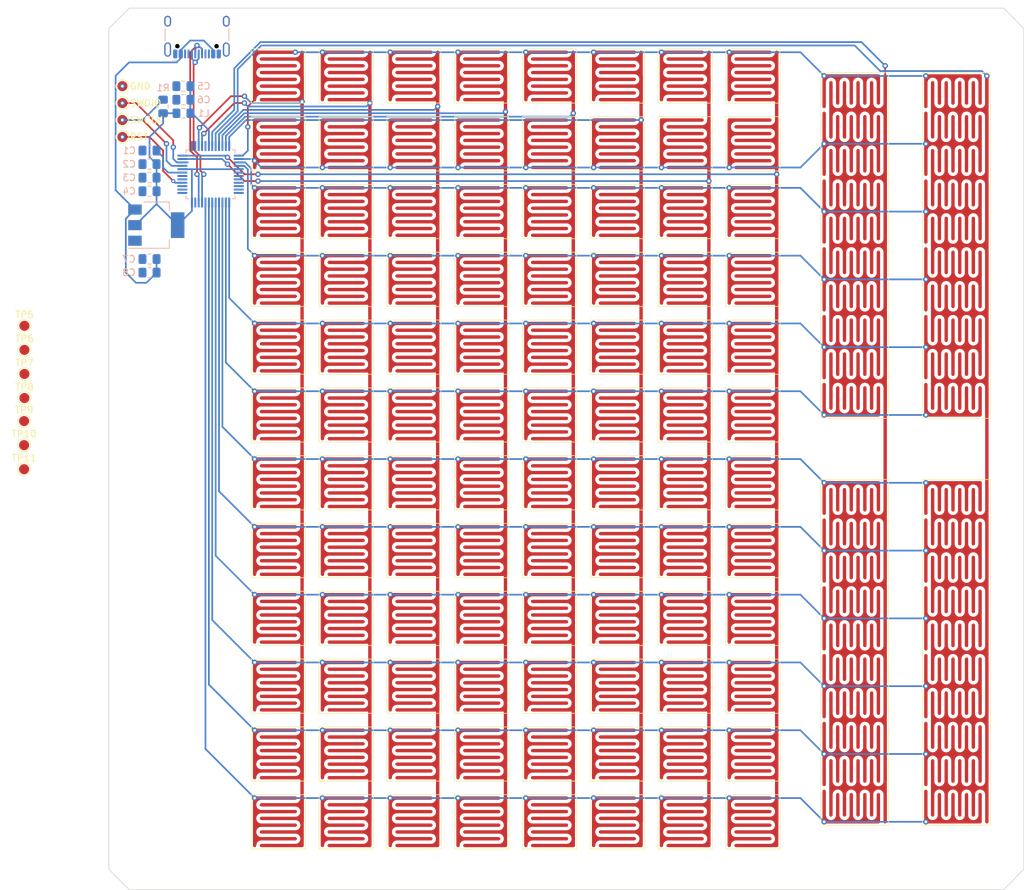
<source format=kicad_pcb>
(kicad_pcb (version 20221018) (generator pcbnew)
  (layers (0 "F.Cu" signal) (31 "B.Cu" signal) (34 "B.Paste" user) (35 "F.Paste" user) (36 "B.SilkS" user "B.Silkscreen") (37 "F.SilkS" user "F.Silkscreen") (38 "B.Mask" user) (39 "F.Mask" user) (44 "Edge.Cuts" user))
  (net 0 "")
  (net 3 "Y0")
  (net 4 "Y1")
  (net 5 "GND")
  (net 6 "Net-(U1-VDDANA)")
  (net 7 "Y14")
  (net 8 "Y15")
  (net 9 "Y2")
  (net 10 "Y3")
  (net 11 "Y4")
  (net 12 "Y5")
  (net 13 "X0")
  (net 14 "X1")
  (net 15 "X2")
  (net 16 "X3")
  (net 17 "+3V3")
  (net 20 "MISO")
  (net 21 "MOSI")
  (net 22 "SCLK")
  (net 23 "CS")
  (net 24 "X4")
  (net 25 "X5")
  (net 26 "X6")
  (net 27 "X7")
  (net 28 "X8")
  (net 29 "X9")
  (net 30 "X10")
  (net 31 "X11")
  (net 32 "USB_D-")
  (net 33 "USB_D+")
  (net 34 "LED")
  (net 37 "RST")
  (net 39 "Net-(U1-VDDCORE)")
  (net 40 "SWCLK")
  (net 41 "SWDIO")
  (net 42 "Y8")
  (net 43 "Y9")
  (net 44 "+5V")
  (net 47 "CC1")
  (net 48 "CC2")
  (footprint "Library:TouchButton" (layer "F.Cu") (at 30 90)
    (fp_text reference "Touch67" hide)
    (fp_text value "TestPoint_2Pole" hide)
  )
  (footprint "Library:TouchButton" (layer "F.Cu") (at 20 80)
    (fp_text reference "Touch58" hide)
    (fp_text value "TestPoint_2Pole" hide)
  )
  (footprint "Library:TouchButton" (layer "F.Cu") (at 50 40)
    (fp_text reference "Touch29" hide)
    (fp_text value "TestPoint_2Pole" hide)
  )
  (footprint "Library:TouchButton" (layer "F.Cu") (at 20 20)
    (fp_text reference "Touch10" hide)
    (fp_text value "TestPoint_2Pole" hide)
  )
  (footprint "Library:TouchButton" (layer "F.Cu") (at 30 40)
    (fp_text reference "Touch27" hide)
    (fp_text value "TestPoint_2Pole" hide)
  )
  (footprint "Library:TouchButton" (layer "F.Cu") (at 40 120)
    (fp_text reference "Touch92" hide)
    (fp_text value "TestPoint_2Pole" hide)
  )
  (footprint "Library:TouchButton" (layer "F.Cu") (at 80 70)
    (fp_text reference "Touch56" hide)
    (fp_text value "TestPoint_2Pole" hide)
  )
  (footprint "Library:TouchButton" (layer "F.Cu") (at 60 110)
    (fp_text reference "Touch86" hide)
    (fp_text value "TestPoint_2Pole" hide)
  )
  (footprint "Library:TouchButton" (layer "F.Cu") (at 70 100)
    (fp_text reference "Touch79" hide)
    (fp_text value "TestPoint_2Pole" hide)
  )
  (footprint "Library:TouchButton" (layer "F.Cu") (at 60 60)
    (fp_text reference "Touch46" hide)
    (fp_text value "TestPoint_2Pole" hide)
  )
  (footprint "Library:TouchButton" (layer "F.Cu") (at 80 80)
    (fp_text reference "Touch64" hide)
    (fp_text value "TestPoint_2Pole" hide)
  )
  (footprint "Library:TouchButton" (layer "F.Cu") (at 60 30)
    (fp_text reference "Touch22" hide)
    (fp_text value "TestPoint_2Pole" hide)
  )
  (footprint "Library:TouchButton" (layer "F.Cu") (at 50 90)
    (fp_text reference "Touch69" hide)
    (fp_text value "TestPoint_2Pole" hide)
  )
  (footprint "Library:TouchButton" (layer "F.Cu") (at 30 80)
    (fp_text reference "Touch59" hide)
    (fp_text value "TestPoint_2Pole" hide)
  )
  (footprint "Library:TouchButton" (layer "F.Cu") (at 10 100)
    (fp_text reference "Touch73" hide)
    (fp_text value "TestPoint_2Pole" hide)
  )
  (footprint "Library:TouchButton" (layer "F.Cu") (at 40 90)
    (fp_text reference "Touch68" hide)
    (fp_text value "TestPoint_2Pole" hide)
  )
  (footprint "Library:TouchButton" (layer "F.Cu") (at 30 120)
    (fp_text reference "Touch91" hide)
    (fp_text value "TestPoint_2Pole" hide)
  )
  (footprint "Library:TouchButton" (layer "F.Cu") (at 10 70)
    (fp_text reference "Touch49" hide)
    (fp_text value "TestPoint_2Pole" hide)
  )
  (footprint "Library:TouchButton" (layer "F.Cu") (at 70 90)
    (fp_text reference "Touch71" hide)
    (fp_text value "TestPoint_2Pole" hide)
  )
  (footprint "Library:TouchButton" (layer "F.Cu") (at 70 10)
    (fp_text reference "Touch7" hide)
    (fp_text value "TestPoint_2Pole" hide)
  )
  (footprint "TestPoint:TestPoint_Pad_D1.5mm" (layer "F.Cu") (at -27.45 53.95)
    (fp_text reference "TP7")
    (fp_text value "TestPoint")
  )
  (footprint "Library:TouchButton" (layer "F.Cu") (at 70 20)
    (fp_text reference "Touch15" hide)
    (fp_text value "TestPoint_2Pole" hide)
  )
  (footprint "Library:TouchSlider" (layer "F.Cu") (at 95 9.5)
    (fp_text reference "TS1" hide)
    (fp_text value "~" hide)
  )
  (footprint "Library:TouchButton" (layer "F.Cu") (at 80 120)
    (fp_text reference "Touch96" hide)
    (fp_text value "TestPoint_2Pole" hide)
  )
  (footprint "Library:TouchButton" (layer "F.Cu") (at 10 30)
    (fp_text reference "Touch17" hide)
    (fp_text value "TestPoint_2Pole" hide)
  )
  (footprint "Library:TouchButton" (layer "F.Cu") (at 50 100)
    (fp_text reference "Touch77" hide)
    (fp_text value "TestPoint_2Pole" hide)
  )
  (footprint "Library:TouchButton" (layer "F.Cu") (at 70 40)
    (fp_text reference "Touch31" hide)
    (fp_text value "TestPoint_2Pole" hide)
  )
  (footprint "Library:TouchSlider" (layer "F.Cu") (at 110 69.5)
    (fp_text reference "TS4" hide)
    (fp_text value "~" hide)
  )
  (footprint "TestPoint:TestPoint_Pad_D1.5mm" (layer "F.Cu") (at -13 11.5)
    (fp_text reference "GND" hide)
    (fp_text value "GND")
  )
  (footprint "Library:TouchButton" (layer "F.Cu") (at 80 20)
    (fp_text reference "Touch16" hide)
    (fp_text value "TestPoint_2Pole" hide)
  )
  (footprint "Library:TouchButton" (layer "F.Cu") (at 40 60)
    (fp_text reference "Touch44" hide)
    (fp_text value "TestPoint_2Pole" hide)
  )
  (footprint "Library:TouchSlider" (layer "F.Cu") (at 95 69.5)
    (fp_text reference "TS3" hide)
    (fp_text value "~" hide)
  )
  (footprint "TestPoint:TestPoint_Pad_D1.5mm" (layer "F.Cu") (at -27.5 68)
    (fp_text reference "TP11")
    (fp_text value "TestPoint")
  )
  (footprint "Library:TouchButton" (layer "F.Cu") (at 50 110)
    (fp_text reference "Touch85" hide)
    (fp_text value "TestPoint_2Pole" hide)
  )
  (footprint "Library:TouchButton" (layer "F.Cu") (at 50 30)
    (fp_text reference "Touch21" hide)
    (fp_text value "TestPoint_2Pole" hide)
  )
  (footprint "Library:TouchButton" (layer "F.Cu") (at 10 120)
    (fp_text reference "Touch89" hide)
    (fp_text value "TestPoint_2Pole" hide)
  )
  (footprint "Library:TouchButton" (layer "F.Cu") (at 20 110)
    (fp_text reference "Touch82" hide)
    (fp_text value "TestPoint_2Pole" hide)
  )
  (footprint "Library:TouchButton" (layer "F.Cu") (at 70 80)
    (fp_text reference "Touch63" hide)
    (fp_text value "TestPoint_2Pole" hide)
  )
  (footprint "Library:TouchButton" (layer "F.Cu") (at 10 110)
    (fp_text reference "Touch81" hide)
    (fp_text value "TestPoint_2Pole" hide)
  )
  (footprint "TestPoint:TestPoint_Pad_D1.5mm" (layer "F.Cu") (at -27.5 64.45)
    (fp_text reference "TP10")
    (fp_text value "TestPoint")
  )
  (footprint "Library:TouchButton" (layer "F.Cu") (at 10 90)
    (fp_text reference "Touch65" hide)
    (fp_text value "TestPoint_2Pole" hide)
  )
  (footprint "Library:TouchButton" (layer "F.Cu") (at 10 10)
    (fp_text reference "Touch1" hide)
    (fp_text value "TestPoint_2Pole" hide)
  )
  (footprint "Library:TouchButton" (layer "F.Cu") (at 30 60)
    (fp_text reference "Touch43" hide)
    (fp_text value "TestPoint_2Pole" hide)
  )
  (footprint "Library:TouchButton" (layer "F.Cu") (at 30 10)
    (fp_text reference "Touch3" hide)
    (fp_text value "TestPoint_2Pole" hide)
  )
  (footprint "Library:TouchButton" (layer "F.Cu") (at 40 70)
    (fp_text reference "Touch52" hide)
    (fp_text value "TestPoint_2Pole" hide)
  )
  (footprint "Library:TouchButton" (layer "F.Cu") (at 60 80)
    (fp_text reference "Touch62" hide)
    (fp_text value "TestPoint_2Pole" hide)
  )
  (footprint "Library:TouchButton" (layer "F.Cu") (at 80 50)
    (fp_text reference "Touch40" hide)
    (fp_text value "TestPoint_2Pole" hide)
  )
  (footprint "Library:TouchButton" (layer "F.Cu") (at 70 30)
    (fp_text reference "Touch23" hide)
    (fp_text value "TestPoint_2Pole" hide)
  )
  (footprint "TestPoint:TestPoint_Pad_D1.5mm" (layer "F.Cu") (at -27.45 50.4)
    (fp_text reference "TP6")
    (fp_text value "TestPoint")
  )
  (footprint "Library:TouchButton" (layer "F.Cu") (at 50 10)
    (fp_text reference "Touch5" hide)
    (fp_text value "TestPoint_2Pole" hide)
  )
  (footprint "Library:TouchButton" (layer "F.Cu") (at 50 70)
    (fp_text reference "Touch53" hide)
    (fp_text value "TestPoint_2Pole" hide)
  )
  (footprint "Library:TouchButton" (layer "F.Cu") (at 80 90)
    (fp_text reference "Touch72" hide)
    (fp_text value "TestPoint_2Pole" hide)
  )
  (footprint "Library:TouchButton" (layer "F.Cu") (at 80 30)
    (fp_text reference "Touch24" hide)
    (fp_text value "TestPoint_2Pole" hide)
  )
  (footprint "TestPoint:TestPoint_Pad_D1.5mm" (layer "F.Cu") (at -13 19)
    (fp_text reference "TP1" hide)
    (fp_text value "RST")
  )
  (footprint "Library:TouchButton" (layer "F.Cu") (at 30 70)
    (fp_text reference "Touch51" hide)
    (fp_text value "TestPoint_2Pole" hide)
  )
  (footprint "Library:TouchButton" (layer "F.Cu") (at 30 110)
    (fp_text reference "Touch83" hide)
    (fp_text value "TestPoint_2Pole" hide)
  )
  (footprint "Library:TouchButton" (layer "F.Cu") (at 30 50)
    (fp_text reference "Touch35" hide)
    (fp_text value "TestPoint_2Pole" hide)
  )
  (footprint "Library:TouchButton" (layer "F.Cu") (at 80 100)
    (fp_text reference "Touch80" hide)
    (fp_text value "TestPoint_2Pole" hide)
  )
  (footprint "TestPoint:TestPoint_Pad_D1.5mm" (layer "F.Cu") (at -13 14)
    (fp_text reference "TP2" hide)
    (fp_text value "SWDIO")
  )
  (footprint "Library:TouchButton" (layer "F.Cu") (at 60 100)
    (fp_text reference "Touch78" hide)
    (fp_text value "TestPoint_2Pole" hide)
  )
  (footprint "Library:TouchButton" (layer "F.Cu") (at 50 50)
    (fp_text reference "Touch37" hide)
    (fp_text value "TestPoint_2Pole" hide)
  )
  (footprint "Library:TouchButton" (layer "F.Cu") (at 50 20)
    (fp_text reference "Touch13" hide)
    (fp_text value "TestPoint_2Pole" hide)
  )
  (footprint "Library:TouchButton" (layer "F.Cu") (at 60 50)
    (fp_text reference "Touch38" hide)
    (fp_text value "TestPoint_2Pole" hide)
  )
  (footprint "Library:TouchButton" (layer "F.Cu") (at 70 120)
    (fp_text reference "Touch95" hide)
    (fp_text value "TestPoint_2Pole" hide)
  )
  (footprint "TestPoint:TestPoint_Pad_D1.5mm" (layer "F.Cu") (at -27.5 60.9)
    (fp_text reference "TP9")
    (fp_text value "TestPoint")
  )
  (footprint "Library:TouchButton" (layer "F.Cu") (at 70 60)
    (fp_text reference "Touch47" hide)
    (fp_text value "TestPoint_2Pole" hide)
  )
  (footprint "Library:TouchButton" (layer "F.Cu") (at 20 100)
    (fp_text reference "Touch74" hide)
    (fp_text value "TestPoint_2Pole" hide)
  )
  (footprint "Library:TouchButton" (layer "F.Cu") (at 30 20)
    (fp_text reference "Touch11" hide)
    (fp_text value "TestPoint_2Pole" hide)
  )
  (footprint "Library:TouchButton" (layer "F.Cu") (at 40 100)
    (fp_text reference "Touch76" hide)
    (fp_text value "TestPoint_2Pole" hide)
  )
  (footprint "Library:TouchButton" (layer "F.Cu") (at 60 10)
    (fp_text reference "Touch6" hide)
    (fp_text value "TestPoint_2Pole" hide)
  )
  (footprint "Library:TouchButton" (layer "F.Cu") (at 10 40)
    (fp_text reference "Touch25" hide)
    (fp_text value "TestPoint_2Pole" hide)
  )
  (footprint "Library:TouchButton" (layer "F.Cu") (at 40 80)
    (fp_text reference "Touch60" hide)
    (fp_text value "TestPoint_2Pole" hide)
  )
  (footprint "Library:TouchButton" (layer "F.Cu") (at 20 60)
    (fp_text reference "Touch42" hide)
    (fp_text value "TestPoint_2Pole" hide)
  )
  (footprint "Library:TouchButton" (layer "F.Cu") (at 60 120)
    (fp_text reference "Touch94" hide)
    (fp_text value "TestPoint_2Pole" hide)
  )
  (footprint "Library:TouchButton" (layer "F.Cu") (at 40 110)
    (fp_text reference "Touch84" hide)
    (fp_text value "TestPoint_2Pole" hide)
  )
  (footprint "Library:TouchButton" (layer "F.Cu") (at 30 30)
    (fp_text reference "Touch19" hide)
    (fp_text value "TestPoint_2Pole" hide)
  )
  (footprint "Library:TouchButton" (layer "F.Cu") (at 60 70)
    (fp_text reference "Touch54" hide)
    (fp_text value "TestPoint_2Pole" hide)
  )
  (footprint "TestPoint:TestPoint_Pad_D1.5mm" (layer "F.Cu") (at -27.45 46.85)
    (fp_text reference "TP5")
    (fp_text value "TestPoint")
  )
  (footprint "Library:TouchButton" (layer "F.Cu") (at 50 60)
    (fp_text reference "Touch45" hide)
    (fp_text value "TestPoint_2Pole" hide)
  )
  (footprint "Library:TouchButton" (layer "F.Cu") (at 60 90)
    (fp_text reference "Touch70" hide)
    (fp_text value "TestPoint_2Pole" hide)
  )
  (footprint "TestPoint:TestPoint_Pad_D1.5mm" (layer "F.Cu") (at -13 16.5)
    (fp_text reference "TP3" hide)
    (fp_text value "SWCLK")
  )
  (footprint "Library:TouchButton" (layer "F.Cu") (at 40 10)
    (fp_text reference "Touch4" hide)
    (fp_text value "TestPoint_2Pole" hide)
  )
  (footprint "Library:TouchButton" (layer "F.Cu") (at 40 50)
    (fp_text reference "Touch36" hide)
    (fp_text value "TestPoint_2Pole" hide)
  )
  (footprint "Library:TouchButton" (layer "F.Cu") (at 80 10)
    (fp_text reference "Touch8" hide)
    (fp_text value "TestPoint_2Pole" hide)
  )
  (footprint "Library:TouchButton" (layer "F.Cu") (at 80 40)
    (fp_text reference "Touch32" hide)
    (fp_text value "TestPoint_2Pole" hide)
  )
  (footprint "Library:TouchButton" (layer "F.Cu") (at 40 20)
    (fp_text reference "Touch12" hide)
    (fp_text value "TestPoint_2Pole" hide)
  )
  (footprint "Library:TouchButton" (layer "F.Cu") (at 20 70)
    (fp_text reference "Touch50" hide)
    (fp_text value "TestPoint_2Pole" hide)
  )
  (footprint "Library:TouchButton" (layer "F.Cu") (at 20 40)
    (fp_text reference "Touch26" hide)
    (fp_text value "TestPoint_2Pole" hide)
  )
  (footprint "Library:TouchButton" (layer "F.Cu") (at 70 70)
    (fp_text reference "Touch55" hide)
    (fp_text value "TestPoint_2Pole" hide)
  )
  (footprint "Library:TouchButton" (layer "F.Cu") (at 70 110)
    (fp_text reference "Touch87" hide)
    (fp_text value "TestPoint_2Pole" hide)
  )
  (footprint "Library:TouchButton" (layer "F.Cu") (at 50 80)
    (fp_text reference "Touch61" hide)
    (fp_text value "TestPoint_2Pole" hide)
  )
  (footprint "Library:TouchButton" (layer "F.Cu") (at 20 50)
    (fp_text reference "Touch34" hide)
    (fp_text value "TestPoint_2Pole" hide)
  )
  (footprint "Library:TouchButton" (layer "F.Cu") (at 10 50)
    (fp_text reference "Touch33" hide)
    (fp_text value "TestPoint_2Pole" hide)
  )
  (footprint "Library:TouchButton" (layer "F.Cu") (at 60 40)
    (fp_text reference "Touch30" hide)
    (fp_text value "TestPoint_2Pole" hide)
  )
  (footprint "Library:TouchButton" (layer "F.Cu") (at 60 20)
    (fp_text reference "Touch14" hide)
    (fp_text value "TestPoint_2Pole" hide)
  )
  (footprint "Library:TouchButton" (layer "F.Cu") (at 50 120)
    (fp_text reference "Touch93" hide)
    (fp_text value "TestPoint_2Pole" hide)
  )
  (footprint "Library:TouchButton" (layer "F.Cu") (at 70 50)
    (fp_text reference "Touch39" hide)
    (fp_text value "TestPoint_2Pole" hide)
  )
  (footprint "Library:TouchButton" (layer "F.Cu") (at 80 60)
    (fp_text reference "Touch48" hide)
    (fp_text value "TestPoint_2Pole" hide)
  )
  (footprint "Library:TouchButton" (layer "F.Cu") (at 40 30)
    (fp_text reference "Touch20" hide)
    (fp_text value "TestPoint_2Pole" hide)
  )
  (footprint "TestPoint:TestPoint_Pad_D1.5mm" (layer "F.Cu") (at -27.45 57.5)
    (fp_text reference "TP8")
    (fp_text value "TestPoint")
  )
  (footprint "Library:TouchButton" (layer "F.Cu") (at 40 40)
    (fp_text reference "Touch28" hide)
    (fp_text value "TestPoint_2Pole" hide)
  )
  (footprint "Library:TouchButton" (layer "F.Cu") (at 20 120)
    (fp_text reference "Touch90" hide)
    (fp_text value "TestPoint_2Pole" hide)
  )
  (footprint "Library:TouchButton" (layer "F.Cu") (at 20 10)
    (fp_text reference "Touch2" hide)
    (fp_text value "TestPoint_2Pole" hide)
  )
  (footprint "Library:TouchButton" (layer "F.Cu") (at 10 60)
    (fp_text reference "Touch41" hide)
    (fp_text value "TestPoint_2Pole" hide)
  )
  (footprint "Library:TouchButton" (layer "F.Cu") (at 30 100)
    (fp_text reference "Touch75" hide)
    (fp_text value "TestPoint_2Pole" hide)
  )
  (footprint "Library:TouchButton" (layer "F.Cu") (at 20 30)
    (fp_text reference "Touch18" hide)
    (fp_text value "TestPoint_2Pole" hide)
  )
  (footprint "Library:TouchButton" (layer "F.Cu") (at 80 110)
    (fp_text reference "Touch88" hide)
    (fp_text value "TestPoint_2Pole" hide)
  )
  (footprint "Library:TouchButton" (layer "F.Cu") (at 10 80)
    (fp_text reference "Touch57" hide)
    (fp_text value "TestPoint_2Pole" hide)
  )
  (footprint "Library:TouchSlider" (layer "F.Cu") (at 110 9.5)
    (fp_text reference "TS2" hide)
    (fp_text value "~" hide)
  )
  (footprint "Library:TouchButton" (layer "F.Cu") (at 10 20)
    (fp_text reference "Touch9" hide)
    (fp_text value "TestPoint_2Pole" hide)
  )
  (footprint "Library:TouchButton" (layer "F.Cu") (at 20 90)
    (fp_text reference "Touch66" hide)
    (fp_text value "TestPoint_2Pole" hide)
  )
  (footprint "Capacitor_SMD:C_0805_2012Metric_Pad1.18x1.45mm_HandSolder" (layer "B.Cu") (at -4 11.5 180)
    (fp_text reference "C5")
    (fp_text value "10uF" hide)
  )
  (footprint "Resistor_SMD:R_0805_2012Metric_Pad1.20x1.40mm_HandSolder" (layer "B.Cu") (at -7 14.5 -90)
    (fp_text reference "R1")
    (fp_text value "1k" hide)
  )
  (footprint "Capacitor_SMD:C_0805_2012Metric_Pad1.18x1.45mm_HandSolder" (layer "B.Cu") (at -9 27 180)
    (fp_text reference "C4")
    (fp_text value "10uF" hide)
  )
  (footprint "Capacitor_SMD:C_0805_2012Metric_Pad1.18x1.45mm_HandSolder" (layer "B.Cu") (at -9 21 180)
    (fp_text reference "C1")
    (fp_text value "1uF" hide)
  )
  (footprint "Capacitor_SMD:C_0805_2012Metric_Pad1.18x1.45mm_HandSolder" (layer "B.Cu") (at -9 39 180)
    (fp_text reference "C8")
    (fp_text value "100nF" hide)
  )
  (footprint "Capacitor_SMD:C_0805_2012Metric_Pad1.18x1.45mm_HandSolder" (layer "B.Cu") (at -9 23)
    (fp_text reference "C2")
    (fp_text value "100nF" hide)
  )
  (footprint "Capacitor_SMD:C_0805_2012Metric_Pad1.18x1.45mm_HandSolder" (layer "B.Cu") (at -9 37 180)
    (fp_text reference "C7")
    (fp_text value "10uF" hide)
  )
  (footprint "Inductor_SMD:L_0805_2012Metric_Pad1.15x1.40mm_HandSolder" (layer "B.Cu") (at -4 15.5)
    (fp_text reference "L1")
    (fp_text value "1uH" hide)
  )
  (footprint "Package_TO_SOT_SMD:SOT-223-3_TabPin2" (layer "B.Cu") (at -8 32)
    (fp_text reference "U2" hide)
    (fp_text value "AMS1117-3.3" hide)
  )
  (footprint "Package_QFP:TQFP-48_7x7mm_P0.5mm" (layer "B.Cu") (at 0 24.5 -90)
    (fp_text reference "U1" hide)
    (fp_text value "ATSAMD21G18A-A" hide)
  )
  (footprint "Connector_USB:USB_C_Receptacle_HCTL_HC-TYPE-C-16P-01A" (layer "B.Cu") (at -2 3)
    (fp_text reference "J1" hide)
    (fp_text value "USB_C_16P" hide)
  )
  (footprint "Capacitor_SMD:C_0805_2012Metric_Pad1.18x1.45mm_HandSolder" (layer "B.Cu") (at -4 13.5)
    (fp_text reference "C6")
    (fp_text value "100nF" hide)
  )
  (footprint "Capacitor_SMD:C_0805_2012Metric_Pad1.18x1.45mm_HandSolder" (layer "B.Cu") (at -9 25 180)
    (fp_text reference "C3")
    (fp_text value "100nF" hide)
  )
  (gr_poly (pts (xy -15 3) (xy -12 0) (xy 117 0) (xy 119.944823 3) (xy 119.944823 127) (xy 117 130) (xy -12 130) (xy -15 127)) (stroke (width 0.1)) (fill none) (layer "Edge.Cuts"))
  (segment (start 3.012574 12.987427) (end 5.000161 12.987427) (width 0.25) (layer "F.Cu") (net 3))
  (segment (start 13.5 10) (end 13.5 120) (width 0.5) (layer "F.Cu") (net 3))
  (segment (start -1.631039 17.63104) (end 3.012574 12.987427) (width 0.25) (layer "F.Cu") (net 3))
  (via (at 13.5 13.775) (size 0.8) (drill 0.4) (layers "F.Cu" "B.Cu") (net 3))
  (via (at 5.000161 12.987427) (size 0.8) (drill 0.4) (layers "F.Cu" "B.Cu") (net 3))
  (via (at -1.631039 17.63104) (size 0.8) (drill 0.4) (layers "F.Cu" "B.Cu") (net 3))
  (segment (start 6 13.974695) (end 5.012732 12.987427) (width 0.25) (layer "B.Cu") (net 3))
  (segment (start 6 14) (end 6 13.974695) (width 0.25) (layer "B.Cu") (net 3))
  (segment (start -1.75 20.3375) (end -1.75 17.750001) (width 0.25) (layer "B.Cu") (net 3))
  (segment (start 5.012732 12.987427) (end 5.000161 12.987427) (width 0.25) (layer "B.Cu") (net 3))
  (segment (start -1.75 17.750001) (end -1.631039 17.63104) (width 0.25) (layer "B.Cu") (net 3))
  (segment (start 13.5 13.775) (end 13.275 14) (width 0.25) (layer "B.Cu") (net 3))
  (segment (start 13.275 14) (end 6 14) (width 0.25) (layer "B.Cu") (net 3))
  (segment (start 3.512653 13.987347) (end 4.987347 13.987347) (width 0.25) (layer "F.Cu") (net 4))
  (segment (start -0.986772 18.486772) (end 3.512653 13.987347) (width 0.25) (layer "F.Cu") (net 4))
  (segment (start 23.5 10) (end 23.5 120) (width 0.5) (layer "F.Cu") (net 4))
  (via (at 4.987347 13.987347) (size 0.8) (drill 0.4) (layers "F.Cu" "B.Cu") (net 4))
  (via (at 23.5 14) (size 0.8) (drill 0.4) (layers "F.Cu" "B.Cu") (net 4))
  (via (at -0.986772 18.486772) (size 0.8) (drill 0.4) (layers "F.Cu" "B.Cu") (net 4))
  (segment (start 5.5 14.5) (end 4.987347 13.987347) (width 0.25) (layer "B.Cu") (net 4))
  (segment (start -1.25 18.75) (end -0.986772 18.486772) (width 0.25) (layer "B.Cu") (net 4))
  (segment (start 23.5 14) (end 23 14.5) (width 0.25) (layer "B.Cu") (net 4))
  (segment (start -1.25 20.3375) (end -1.25 18.75) (width 0.25) (layer "B.Cu") (net 4))
  (segment (start 23 14.5) (end 5.5 14.5) (width 0.25) (layer "B.Cu") (net 4))
  (via (at -13 11.5) (size 0.8) (drill 0.4) (layers "F.Cu" "B.Cu") (net 5))
  (segment (start -2.736773 15.5) (end -2.975 15.5) (width 0.25) (layer "B.Cu") (net 6))
  (segment (start -2.9625 11.5) (end -2.9625 15.4875) (width 0.25) (layer "B.Cu") (net 6))
  (segment (start -2.9625 15.4875) (end -2.975 15.5) (width 0.25) (layer "B.Cu") (net 6))
  (segment (start -0.25 20.3375) (end -0.25 17.986773) (width 0.25) (layer "B.Cu") (net 6))
  (segment (start -0.25 17.986773) (end -2.736773 15.5) (width 0.25) (layer "B.Cu") (net 6))
  (segment (start 99.5 10) (end 99.5 70) (width 0.5) (layer "F.Cu") (net 7))
  (segment (start 99.5 8.5) (end 99.5 10) (width 0.25) (layer "F.Cu") (net 7))
  (via (at 99.5 8.5) (size 0.8) (drill 0.4) (layers "F.Cu" "B.Cu") (net 7))
  (segment (start 96 5) (end 7.363604 5) (width 0.25) (layer "B.Cu") (net 7))
  (segment (start 3.5 15) (end 0.25 18.25) (width 0.25) (layer "B.Cu") (net 7))
  (segment (start 99.5 8.5) (end 96 5) (width 0.25) (layer "B.Cu") (net 7))
  (segment (start 3.5 8.863604) (end 3.5 15) (width 0.25) (layer "B.Cu") (net 7))
  (segment (start 0.25 18.25) (end 0.25 20.3375) (width 0.25) (layer "B.Cu") (net 7))
  (segment (start 7.363604 5) (end 3.5 8.863604) (width 0.25) (layer "B.Cu") (net 7))
  (segment (start 114.5 70) (end 114.5 10) (width 0.5) (layer "F.Cu") (net 8))
  (via (at 114.5 10) (size 0.8) (drill 0.4) (layers "F.Cu" "B.Cu") (net 8))
  (segment (start 113.775 9.275) (end 114.5 10) (width 0.25) (layer "B.Cu") (net 8))
  (segment (start 7.5 5.5) (end 95 5.5) (width 0.25) (layer "B.Cu") (net 8))
  (segment (start 0.75 20.3375) (end 0.75 18.454416) (width 0.25) (layer "B.Cu") (net 8))
  (segment (start 98.775 9.275) (end 113.775 9.275) (width 0.25) (layer "B.Cu") (net 8))
  (segment (start 4 15.204416) (end 4 9) (width 0.25) (layer "B.Cu") (net 8))
  (segment (start 95 5.5) (end 98.775 9.275) (width 0.25) (layer "B.Cu") (net 8))
  (segment (start 4 9) (end 7.5 5.5) (width 0.25) (layer "B.Cu") (net 8))
  (segment (start 0.75 18.454416) (end 4 15.204416) (width 0.25) (layer "B.Cu") (net 8))
  (segment (start 33.5 120) (end 33.5 10) (width 0.5) (layer "F.Cu") (net 9))
  (via (at 33.5 14.5) (size 0.8) (drill 0.4) (layers "F.Cu" "B.Cu") (net 9))
  (segment (start 1.25 18.590812) (end 1.25 20.3375) (width 0.25) (layer "B.Cu") (net 9))
  (segment (start 33 15) (end 4.840812 15) (width 0.25) (layer "B.Cu") (net 9))
  (segment (start 33.5 14.5) (end 33 15) (width 0.25) (layer "B.Cu") (net 9))
  (segment (start 4.840812 15) (end 1.25 18.590812) (width 0.25) (layer "B.Cu") (net 9))
  (segment (start 43.5 10) (end 43.5 120) (width 0.5) (layer "F.Cu") (net 10))
  (via (at 43.5 15.275) (size 0.8) (drill 0.4) (layers "F.Cu" "B.Cu") (net 10))
  (segment (start 4.977208 15.5) (end 1.75 18.727208) (width 0.25) (layer "B.Cu") (net 10))
  (segment (start 1.75 18.727208) (end 1.75 20.3375) (width 0.25) (layer "B.Cu") (net 10))
  (segment (start 43.275 15.5) (end 4.977208 15.5) (width 0.25) (layer "B.Cu") (net 10))
  (segment (start 43.5 15.275) (end 43.275 15.5) (width 0.25) (layer "B.Cu") (net 10))
  (segment (start 53.5 10) (end 53.5 120) (width 0.5) (layer "F.Cu") (net 11))
  (via (at 53.5 15.5) (size 0.8) (drill 0.4) (layers "F.Cu" "B.Cu") (net 11))
  (segment (start 5.113604 16) (end 2.25 18.863604) (width 0.25) (layer "B.Cu") (net 11))
  (segment (start 2.25 18.863604) (end 2.25 20.3375) (width 0.25) (layer "B.Cu") (net 11))
  (segment (start 53 16) (end 5.113604 16) (width 0.25) (layer "B.Cu") (net 11))
  (segment (start 53.5 15.5) (end 53 16) (width 0.25) (layer "B.Cu") (net 11))
  (segment (start 63.5 10) (end 63.5 120) (width 0.5) (layer "F.Cu") (net 12))
  (via (at 63.5 16.5) (size 0.8) (drill 0.4) (layers "F.Cu" "B.Cu") (net 12))
  (segment (start 63.5 16.5) (end 5.25 16.5) (width 0.25) (layer "B.Cu") (net 12))
  (segment (start 2.75 19) (end 2.75 20.3375) (width 0.25) (layer "B.Cu") (net 12))
  (segment (start 5.25 16.5) (end 2.75 19) (width 0.25) (layer "B.Cu") (net 12))
  (segment (start 5.5 14.5) (end 6.5 13.5) (width 0.25) (layer "F.Cu") (net 13))
  (segment (start 5.5 17.5) (end 5.5 14.5) (width 0.25) (layer "F.Cu") (net 13))
  (via (at 90.5 10) (size 0.8) (drill 0.4) (layers "F.Cu" "B.Cu") (net 13))
  (via (at 36.5 6.5) (size 0.8) (drill 0.4) (layers "F.Cu" "B.Cu") (net 13))
  (via (at 5.5 17.5) (size 0.8) (drill 0.4) (layers "F.Cu" "B.Cu") (net 13))
  (via (at 56.5 6.5) (size 0.8) (drill 0.4) (layers "F.Cu" "B.Cu") (net 13))
  (via (at 46.5 6.5) (size 0.8) (drill 0.4) (layers "F.Cu" "B.Cu") (net 13))
  (via (at 12.5 6.5) (size 0.8) (drill 0.4) (layers "F.Cu" "B.Cu") (net 13))
  (via (at 105.5 10) (size 0.8) (drill 0.4) (layers "F.Cu" "B.Cu") (net 13))
  (via (at 66.5 6.5) (size 0.8) (drill 0.4) (layers "F.Cu" "B.Cu") (net 13))
  (via (at 76.5 6.5) (size 0.8) (drill 0.4) (layers "F.Cu" "B.Cu") (net 13))
  (via (at 16.5 6.5) (size 0.8) (drill 0.4) (layers "F.Cu" "B.Cu") (net 13))
  (via (at 26.5 6.5) (size 0.8) (drill 0.4) (layers "F.Cu" "B.Cu") (net 13))
  (segment (start 4.75 21.75) (end 5.5 21) (width 0.25) (layer "B.Cu") (net 13))
  (segment (start 76.5 6.5) (end 87 6.5) (width 0.25) (layer "B.Cu") (net 13))
  (segment (start 12.5 6.5) (end 16.5 6.5) (width 0.25) (layer "B.Cu") (net 13))
  (segment (start 87 6.5) (end 90.5 10) (width 0.25) (layer "B.Cu") (net 13))
  (segment (start 66.5 6.5) (end 76.5 6.5) (width 0.25) (layer "B.Cu") (net 13))
  (segment (start 5.5 21) (end 5.5 17.5) (width 0.25) (layer "B.Cu") (net 13))
  (segment (start 46.5 6.5) (end 56.5 6.5) (width 0.25) (layer "B.Cu") (net 13))
  (segment (start 56.5 6.5) (end 66.5 6.5) (width 0.25) (layer "B.Cu") (net 13))
  (segment (start 16.5 6.5) (end 36.5 6.5) (width 0.25) (layer "B.Cu") (net 13))
  (segment (start 90.5 10) (end 105.5 10) (width 0.25) (layer "B.Cu") (net 13))
  (segment (start 36.5 6.5) (end 46.5 6.5) (width 0.25) (layer "B.Cu") (net 13))
  (segment (start 4.1625 21.75) (end 4.75 21.75) (width 0.25) (layer "B.Cu") (net 13))
  (via (at 90.5 20) (size 0.8) (drill 0.4) (layers "F.Cu" "B.Cu") (net 14))
  (via (at 16.5 23.5) (size 0.8) (drill 0.4) (layers "F.Cu" "B.Cu") (net 14))
  (via (at 76.5 23.5) (size 0.8) (drill 0.4) (layers "F.Cu" "B.Cu") (net 14))
  (via (at 46.5 23.5) (size 0.8) (drill 0.4) (layers "F.Cu" "B.Cu") (net 14))
  (via (at 105.5 20) (size 0.8) (drill 0.4) (layers "F.Cu" "B.Cu") (net 14))
  (via (at 36.5 23.5) (size 0.8) (drill 0.4) (layers "F.Cu" "B.Cu") (net 14))
  (via (at 6.5 22.5) (size 0.8) (drill 0.4) (layers "F.Cu" "B.Cu") (net 14))
  (via (at 26.5 23.5) (size 0.8) (drill 0.4) (layers "F.Cu" "B.Cu") (net 14))
  (via (at 66.5 23.5) (size 0.8) (drill 0.4) (layers "F.Cu" "B.Cu") (net 14))
  (via (at 56.5 23.5) (size 0.8) (drill 0.4) (layers "F.Cu" "B.Cu") (net 14))
  (segment (start 90.5 20) (end 105.5 20) (width 0.25) (layer "B.Cu") (net 14))
  (segment (start 87 23.5) (end 90.5 20) (width 0.25) (layer "B.Cu") (net 14))
  (segment (start 6.25 22.25) (end 6.5 22.5) (width 0.25) (layer "B.Cu") (net 14))
  (segment (start 7.5 23.5) (end 87 23.5) (width 0.25) (layer "B.Cu") (net 14))
  (segment (start 6.5 22.5) (end 7.5 23.5) (width 0.25) (layer "B.Cu") (net 14))
  (segment (start 4.1625 22.25) (end 6.25 22.25) (width 0.25) (layer "B.Cu") (net 14))
  (via (at 66.5 26.5) (size 0.8) (drill 0.4) (layers "F.Cu" "B.Cu") (net 15))
  (via (at 90.5 30) (size 0.8) (drill 0.4) (layers "F.Cu" "B.Cu") (net 15))
  (via (at 76.5 26.5) (size 0.8) (drill 0.4) (layers "F.Cu" "B.Cu") (net 15))
  (via (at 46.5 26.5) (size 0.8) (drill 0.4) (layers "F.Cu" "B.Cu") (net 15))
  (via (at 6.5 26.5) (size 0.8) (drill 0.4) (layers "F.Cu" "B.Cu") (net 15))
  (via (at 105.5 30) (size 0.8) (drill 0.4) (layers "F.Cu" "B.Cu") (net 15))
  (via (at 16.5 26.5) (size 0.8) (drill 0.4) (layers "F.Cu" "B.Cu") (net 15))
  (via (at 26.5 26.5) (size 0.8) (drill 0.4) (layers "F.Cu" "B.Cu") (net 15))
  (via (at 36.5 26.5) (size 0.8) (drill 0.4) (layers "F.Cu" "B.Cu") (net 15))
  (via (at 56.5 26.5) (size 0.8) (drill 0.4) (layers "F.Cu" "B.Cu") (net 15))
  (segment (start 6 26) (end 6.5 26.5) (width 0.25) (layer "B.Cu") (net 15))
  (segment (start 5.10416 22.75) (end 6 23.64584) (width 0.25) (layer "B.Cu") (net 15))
  (segment (start 90.5 30) (end 105.5 30) (width 0.25) (layer "B.Cu") (net 15))
  (segment (start 6 23.64584) (end 6 26) (width 0.25) (layer "B.Cu") (net 15))
  (segment (start 4.1625 22.75) (end 5.10416 22.75) (width 0.25) (layer "B.Cu") (net 15))
  (segment (start 6.5 26.5) (end 87 26.5) (width 0.25) (layer "B.Cu") (net 15))
  (segment (start 90.5 30) (end 87 26.5) (width 0.25) (layer "B.Cu") (net 15))
  (via (at 36.5 36.5) (size 0.8) (drill 0.4) (layers "F.Cu" "B.Cu") (net 16))
  (via (at 76.5 36.5) (size 0.8) (drill 0.4) (layers "F.Cu" "B.Cu") (net 16))
  (via (at 46.5 36.5) (size 0.8) (drill 0.4) (layers "F.Cu" "B.Cu") (net 16))
  (via (at 90.5 40) (size 0.8) (drill 0.4) (layers "F.Cu" "B.Cu") (net 16))
  (via (at 16.5 36.5) (size 0.8) (drill 0.4) (layers "F.Cu" "B.Cu") (net 16))
  (via (at 56.5 36.5) (size 0.8) (drill 0.4) (layers "F.Cu" "B.Cu") (net 16))
  (via (at 26.5 36.5) (size 0.8) (drill 0.4) (layers "F.Cu" "B.Cu") (net 16))
  (via (at 6.5 36.5) (size 0.8) (drill 0.4) (layers "F.Cu" "B.Cu") (net 16))
  (via (at 105.5 40) (size 0.8) (drill 0.4) (layers "F.Cu" "B.Cu") (net 16))
  (via (at 66.5 36.5) (size 0.8) (drill 0.4) (layers "F.Cu" "B.Cu") (net 16))
  (segment (start 90.5 40) (end 87 36.5) (width 0.25) (layer "B.Cu") (net 16))
  (segment (start 90.5 40) (end 105.5 40) (width 0.25) (layer "B.Cu") (net 16))
  (segment (start 5.5 23.782236) (end 5.5 35.5) (width 0.25) (layer "B.Cu") (net 16))
  (segment (start 5.5 35.5) (end 6.5 36.5) (width 0.25) (layer "B.Cu") (net 16))
  (segment (start 4.1625 23.25) (end 4.967764 23.25) (width 0.25) (layer "B.Cu") (net 16))
  (segment (start 4.967764 23.25) (end 5.5 23.782236) (width 0.25) (layer "B.Cu") (net 16))
  (segment (start 6.5 36.5) (end 87 36.5) (width 0.25) (layer "B.Cu") (net 16))
  (segment (start -7.9625 28.8875) (end -4.85 32) (width 0.25) (layer "B.Cu") (net 17))
  (segment (start -11.075 32) (end -7.9625 28.8875) (width 0.25) (layer "B.Cu") (net 17))
  (segment (start -7 17) (end -9 19) (width 0.25) (layer "B.Cu") (net 17))
  (segment (start -9 21.9625) (end -7.9625 23) (width 0.25) (layer "B.Cu") (net 17))
  (segment (start -7.9625 23) (end -7.9625 28.8875) (width 0.25) (layer "B.Cu") (net 17))
  (segment (start -11.15 32) (end -11.075 32) (width 0.25) (layer "B.Cu") (net 17))
  (segment (start -2.75 28.6625) (end -2.75 29.9) (width 0.25) (layer "B.Cu") (net 17))
  (segment (start -2.75 23.75) (end 4.1625 23.75) (width 0.25) (layer "B.Cu") (net 17))
  (segment (start -2.75 28.6625) (end -2.75 23.75) (width 0.25) (layer "B.Cu") (net 17))
  (segment (start -4.1625 23.75) (end -2.75 23.75) (width 0.25) (layer "B.Cu") (net 17))
  (segment (start -7 15.5) (end -7 17) (width 0.25) (layer "B.Cu") (net 17))
  (segment (start -9 19) (end -9 21.9625) (width 0.25) (layer "B.Cu") (net 17))
  (segment (start -2.75 29.9) (end -4.85 32) (width 0.25) (layer "B.Cu") (net 17))
  (segment (start -7 15.5) (end -5.025 15.5) (width 0.25) (layer "B.Cu") (net 17))
  (via (at 105.5 50) (size 0.8) (drill 0.4) (layers "F.Cu" "B.Cu") (net 24))
  (via (at 46.5 46.5) (size 0.8) (drill 0.4) (layers "F.Cu" "B.Cu") (net 24))
  (via (at 90.5 50) (size 0.8) (drill 0.4) (layers "F.Cu" "B.Cu") (net 24))
  (via (at 76.5 46.5) (size 0.8) (drill 0.4) (layers "F.Cu" "B.Cu") (net 24))
  (via (at 36.5 46.5) (size 0.8) (drill 0.4) (layers "F.Cu" "B.Cu") (net 24))
  (via (at 26.5 46.5) (size 0.8) (drill 0.4) (layers "F.Cu" "B.Cu") (net 24))
  (via (at 66.5 46.5) (size 0.8) (drill 0.4) (layers "F.Cu" "B.Cu") (net 24))
  (via (at 56.5 46.5) (size 0.8) (drill 0.4) (layers "F.Cu" "B.Cu") (net 24))
  (via (at 16.5 46.5) (size 0.8) (drill 0.4) (layers "F.Cu" "B.Cu") (net 24))
  (via (at 6.5 46.5) (size 0.8) (drill 0.4) (layers "F.Cu" "B.Cu") (net 24))
  (segment (start 6.5 46.5) (end 87 46.5) (width 0.25) (layer "B.Cu") (net 24))
  (segment (start 90.5 50) (end 87 46.5) (width 0.25) (layer "B.Cu") (net 24))
  (segment (start 90.5 50) (end 105.5 50) (width 0.25) (layer "B.Cu") (net 24))
  (segment (start 2.75 42.75) (end 6.5 46.5) (width 0.25) (layer "B.Cu") (net 24))
  (segment (start 2.75 28.6625) (end 2.75 42.75) (width 0.25) (layer "B.Cu") (net 24))
  (via (at 16.5 56.5) (size 0.8) (drill 0.4) (layers "F.Cu" "B.Cu") (net 25))
  (via (at 66.5 56.5) (size 0.8) (drill 0.4) (layers "F.Cu" "B.Cu") (net 25))
  (via (at 36.5 56.5) (size 0.8) (drill 0.4) (layers "F.Cu" "B.Cu") (net 25))
  (via (at 26.5 56.5) (size 0.8) (drill 0.4) (layers "F.Cu" "B.Cu") (net 25))
  (via (at 6.5 56.5) (size 0.8) (drill 0.4) (layers "F.Cu" "B.Cu") (net 25))
  (via (at 90.5 60) (size 0.8) (drill 0.4) (layers "F.Cu" "B.Cu") (net 25))
  (via (at 76.5 56.5) (size 0.8) (drill 0.4) (layers "F.Cu" "B.Cu") (net 25))
  (via (at 105.5 60) (size 0.8) (drill 0.4) (layers "F.Cu" "B.Cu") (net 25))
  (via (at 46.5 56.5) (size 0.8) (drill 0.4) (layers "F.Cu" "B.Cu") (net 25))
  (via (at 56.5 56.5) (size 0.8) (drill 0.4) (layers "F.Cu" "B.Cu") (net 25))
  (segment (start 6.5 56.5) (end 87 56.5) (width 0.25) (layer "B.Cu") (net 25))
  (segment (start 2.25 52.25) (end 6.5 56.5) (width 0.25) (layer "B.Cu") (net 25))
  (segment (start 90.5 60) (end 87 56.5) (width 0.25) (layer "B.Cu") (net 25))
  (segment (start 90.5 60) (end 105.5 60) (width 0.25) (layer "B.Cu") (net 25))
  (segment (start 2.25 28.6625) (end 2.25 52.25) (width 0.25) (layer "B.Cu") (net 25))
  (via (at 56.5 66.5) (size 0.8) (drill 0.4) (layers "F.Cu" "B.Cu") (net 26))
  (via (at 36.5 66.5) (size 0.8) (drill 0.4) (layers "F.Cu" "B.Cu") (net 26))
  (via (at 105.5 70) (size 0.8) (drill 0.4) (layers "F.Cu" "B.Cu") (net 26))
  (via (at 90.5 70) (size 0.8) (drill 0.4) (layers "F.Cu" "B.Cu") (net 26))
  (via (at 26.5 66.5) (size 0.8) (drill 0.4) (layers "F.Cu" "B.Cu") (net 26))
  (via (at 6.5 66.5) (size 0.8) (drill 0.4) (layers "F.Cu" "B.Cu") (net 26))
  (via (at 16.5 66.5) (size 0.8) (drill 0.4) (layers "F.Cu" "B.Cu") (net 26))
  (via (at 46.5 66.5) (size 0.8) (drill 0.4) (layers "F.Cu" "B.Cu") (net 26))
  (via (at 66.5 66.5) (size 0.8) (drill 0.4) (layers "F.Cu" "B.Cu") (net 26))
  (via (at 76.5 66.5) (size 0.8) (drill 0.4) (layers "F.Cu" "B.Cu") (net 26))
  (segment (start 90.5 70) (end 87 66.5) (width 0.25) (layer "B.Cu") (net 26))
  (segment (start 90.5 70) (end 105.5 70) (width 0.25) (layer "B.Cu") (net 26))
  (segment (start 1.75 61.75) (end 6.5 66.5) (width 0.25) (layer "B.Cu") (net 26))
  (segment (start 6.5 66.5) (end 87 66.5) (width 0.25) (layer "B.Cu") (net 26))
  (segment (start 1.75 28.6625) (end 1.75 61.75) (width 0.25) (layer "B.Cu") (net 26))
  (via (at 46.5 76.5) (size 0.8) (drill 0.4) (layers "F.Cu" "B.Cu") (net 27))
  (via (at 6.5 76.5) (size 0.8) (drill 0.4) (layers "F.Cu" "B.Cu") (net 27))
  (via (at 76.5 76.5) (size 0.8) (drill 0.4) (layers "F.Cu" "B.Cu") (net 27))
  (via (at 36.5 76.5) (size 0.8) (drill 0.4) (layers "F.Cu" "B.Cu") (net 27))
  (via (at 16.5 76.5) (size 0.8) (drill 0.4) (layers "F.Cu" "B.Cu") (net 27))
  (via (at 66.5 76.5) (size 0.8) (drill 0.4) (layers "F.Cu" "B.Cu") (net 27))
  (via (at 56.5 76.5) (size 0.8) (drill 0.4) (layers "F.Cu" "B.Cu") (net 27))
  (via (at 90.5 80) (size 0.8) (drill 0.4) (layers "F.Cu" "B.Cu") (net 27))
  (via (at 105.5 80) (size 0.8) (drill 0.4) (layers "F.Cu" "B.Cu") (net 27))
  (via (at 26.5 76.5) (size 0.8) (drill 0.4) (layers "F.Cu" "B.Cu") (net 27))
  (segment (start 1.25 71.25) (end 6.5 76.5) (width 0.25) (layer "B.Cu") (net 27))
  (segment (start 90.5 80) (end 87 76.5) (width 0.25) (layer "B.Cu") (net 27))
  (segment (start 105.5 80) (end 90.5 80) (width 0.25) (layer "B.Cu") (net 27))
  (segment (start 6.5 76.5) (end 87 76.5) (width 0.25) (layer "B.Cu") (net 27))
  (segment (start 1.25 28.6625) (end 1.25 71.25) (width 0.25) (layer "B.Cu") (net 27))
  (via (at 36.5 86.5) (size 0.8) (drill 0.4) (layers "F.Cu" "B.Cu") (net 28))
  (via (at 90.5 90) (size 0.8) (drill 0.4) (layers "F.Cu" "B.Cu") (net 28))
  (via (at 76.5 86.5) (size 0.8) (drill 0.4) (layers "F.Cu" "B.Cu") (net 28))
  (via (at 46.5 86.5) (size 0.8) (drill 0.4) (layers "F.Cu" "B.Cu") (net 28))
  (via (at 66.5 86.5) (size 0.8) (drill 0.4) (layers "F.Cu" "B.Cu") (net 28))
  (via (at 105.5 90) (size 0.8) (drill 0.4) (layers "F.Cu" "B.Cu") (net 28))
  (via (at 6.5 86.5) (size 0.8) (drill 0.4) (layers "F.Cu" "B.Cu") (net 28))
  (via (at 16.5 86.5) (size 0.8) (drill 0.4) (layers "F.Cu" "B.Cu") (net 28))
  (via (at 56.5 86.5) (size 0.8) (drill 0.4) (layers "F.Cu" "B.Cu") (net 28))
  (via (at 26.5 86.5) (size 0.8) (drill 0.4) (layers "F.Cu" "B.Cu") (net 28))
  (segment (start 0.75 28.6625) (end 0.75 80.75) (width 0.25) (layer "B.Cu") (net 28))
  (segment (start 105.5 90) (end 90.5 90) (width 0.25) (layer "B.Cu") (net 28))
  (segment (start 0.75 80.75) (end 6.5 86.5) (width 0.25) (layer "B.Cu") (net 28))
  (segment (start 6.5 86.5) (end 87 86.5) (width 0.25) (layer "B.Cu") (net 28))
  (segment (start 90.5 90) (end 87 86.5) (width 0.25) (layer "B.Cu") (net 28))
  (via (at 90.5 100) (size 0.8) (drill 0.4) (layers "F.Cu" "B.Cu") (net 29))
  (via (at 66.5 96.5) (size 0.8) (drill 0.4) (layers "F.Cu" "B.Cu") (net 29))
  (via (at 56.5 96.5) (size 0.8) (drill 0.4) (layers "F.Cu" "B.Cu") (net 29))
  (via (at 16.5 96.5) (size 0.8) (drill 0.4) (layers "F.Cu" "B.Cu") (net 29))
  (via (at 46.5 96.5) (size 0.8) (drill 0.4) (layers "F.Cu" "B.Cu") (net 29))
  (via (at 36.5 96.5) (size 0.8) (drill 0.4) (layers "F.Cu" "B.Cu") (net 29))
  (via (at 26.5 96.5) (size 0.8) (drill 0.4) (layers "F.Cu" "B.Cu") (net 29))
  (via (at 105.5 100) (size 0.8) (drill 0.4) (layers "F.Cu" "B.Cu") (net 29))
  (via (at 76.5 96.5) (size 0.8) (drill 0.4) (layers "F.Cu" "B.Cu") (net 29))
  (via (at 6.5 96.5) (size 0.8) (drill 0.4) (layers "F.Cu" "B.Cu") (net 29))
  (segment (start 0.25 90.25) (end 6.5 96.5) (width 0.25) (layer "B.Cu") (net 29))
  (segment (start 0.25 28.6625) (end 0.25 90.25) (width 0.25) (layer "B.Cu") (net 29))
  (segment (start 6.5 96.5) (end 87 96.5) (width 0.25) (layer "B.Cu") (net 29))
  (segment (start 90.5 100) (end 87 96.5) (width 0.25) (layer "B.Cu") (net 29))
  (segment (start 105.5 100) (end 90.5 100) (width 0.25) (layer "B.Cu") (net 29))
  (via (at 66.5 106.5) (size 0.8) (drill 0.4) (layers "F.Cu" "B.Cu") (net 30))
  (via (at 36.5 106.5) (size 0.8) (drill 0.4) (layers "F.Cu" "B.Cu") (net 30))
  (via (at 76.5 106.5) (size 0.8) (drill 0.4) (layers "F.Cu" "B.Cu") (net 30))
  (via (at 26.5 106.5) (size 0.8) (drill 0.4) (layers "F.Cu" "B.Cu") (net 30))
  (via (at 105.5 110) (size 0.8) (drill 0.4) (layers "F.Cu" "B.Cu") (net 30))
  (via (at 6.5 106.5) (size 0.8) (drill 0.4) (layers "F.Cu" "B.Cu") (net 30))
  (via (at 90.5 110) (size 0.8) (drill 0.4) (layers "F.Cu" "B.Cu") (net 30))
  (via (at 46.5 106.5) (size 0.8) (drill 0.4) (layers "F.Cu" "B.Cu") (net 30))
  (via (at 56.5 106.5) (size 0.8) (drill 0.4) (layers "F.Cu" "B.Cu") (net 30))
  (via (at 16.5 106.5) (size 0.8) (drill 0.4) (layers "F.Cu" "B.Cu") (net 30))
  (segment (start 105.5 110) (end 90.5 110) (width 0.25) (layer "B.Cu") (net 30))
  (segment (start 6.5 106.5) (end 87 106.5) (width 0.25) (layer "B.Cu") (net 30))
  (segment (start -0.25 99.75) (end 6.5 106.5) (width 0.25) (layer "B.Cu") (net 30))
  (segment (start 90.5 110) (end 87 106.5) (width 0.25) (layer "B.Cu") (net 30))
  (segment (start -0.25 28.6625) (end -0.25 99.75) (width 0.25) (layer "B.Cu") (net 30))
  (via (at 26.5 116.5) (size 0.8) (drill 0.4) (layers "F.Cu" "B.Cu") (net 31))
  (via (at 46.5 116.5) (size 0.8) (drill 0.4) (layers "F.Cu" "B.Cu") (net 31))
  (via (at 66.5 116.5) (size 0.8) (drill 0.4) (layers "F.Cu" "B.Cu") (net 31))
  (via (at 6.5 116.5) (size 0.8) (drill 0.4) (layers "F.Cu" "B.Cu") (net 31))
  (via (at 90.5 120) (size 0.8) (drill 0.4) (layers "F.Cu" "B.Cu") (net 31))
  (via (at 105.5 120) (size 0.8) (drill 0.4) (layers "F.Cu" "B.Cu") (net 31))
  (via (at 36.5 116.5) (size 0.8) (drill 0.4) (layers "F.Cu" "B.Cu") (net 31))
  (via (at 16.5 116.5) (size 0.8) (drill 0.4) (layers "F.Cu" "B.Cu") (net 31))
  (via (at 56.5 116.5) (size 0.8) (drill 0.4) (layers "F.Cu" "B.Cu") (net 31))
  (via (at 76.5 116.5) (size 0.8) (drill 0.4) (layers "F.Cu" "B.Cu") (net 31))
  (segment (start 6.5 116.5) (end 87 116.5) (width 0.25) (layer "B.Cu") (net 31))
  (segment (start 90.5 120) (end 87 116.5) (width 0.25) (layer "B.Cu") (net 31))
  (segment (start 105.5 120) (end 90.5 120) (width 0.25) (layer "B.Cu") (net 31))
  (segment (start -0.75 28.6625) (end -0.75 109.25) (width 0.25) (layer "B.Cu") (net 31))
  (segment (start -0.75 109.25) (end 6.5 116.5) (width 0.25) (layer "B.Cu") (net 31))
  (segment (start -1 24.474695) (end -1 24.5) (width 0.25) (layer "F.Cu") (net 32))
  (segment (start -2.5 20.863604) (end -1.5 21.863604) (width 0.25) (layer "F.Cu") (net 32))
  (segment (start -1.5 21.863604) (end -1.5 23.974695) (width 0.25) (layer "F.Cu") (net 32))
  (segment (start -2.5 8.225) (end -2.5 20.863604) (width 0.25) (layer "F.Cu") (net 32))
  (segment (start -2.275 8) (end -2.5 8.225) (width 0.25) (layer "F.Cu") (net 32))
  (segment (start -1.5 23.974695) (end -1 24.474695) (width 0.25) (layer "F.Cu") (net 32))
  (via (at -1 24.5) (size 0.8) (drill 0.4) (layers "F.Cu" "B.Cu") (net 32))
  (via (at -2.275 8) (size 0.8) (drill 0.4) (layers "F.Cu" "B.Cu") (net 32))
  (segment (start -1.75 6.745) (end -1.75 7.462764) (width 0.25) (layer "B.Cu") (net 32))
  (segment (start -2.492764 7.72) (end -2.75 7.462764) (width 0.25) (layer "B.Cu") (net 32))
  (segment (start -2.007236 7.72) (end -2.492764 7.72) (width 0.25) (layer "B.Cu") (net 32))
  (segment (start -1.25 24.75) (end -1.25 28.6625) (width 0.25) (layer "B.Cu") (net 32))
  (segment (start -1.75 7.462764) (end -2.007236 7.72) (width 0.25) (layer "B.Cu") (net 32))
  (segment (start -1 24.5) (end -1.25 24.75) (width 0.25) (layer "B.Cu") (net 32))
  (segment (start -2.75 7.462764) (end -2.75 6.745) (width 0.25) (layer "B.Cu") (net 32))
  (segment (start -3 6.5) (end -3 21) (width 0.25) (layer "F.Cu") (net 33))
  (segment (start -3 21) (end -2 22) (width 0.25) (layer "F.Cu") (net 33))
  (segment (start -2 22) (end -2 24.5) (width 0.25) (layer "F.Cu") (net 33))
  (segment (start -2 5.5) (end -3 6.5) (width 0.25) (layer "F.Cu") (net 33))
  (via (at -2 24.5) (size 0.8) (drill 0.4) (layers "F.Cu" "B.Cu") (net 33))
  (via (at -2 5.5) (size 0.8) (drill 0.4) (layers "F.Cu" "B.Cu") (net 33))
  (segment (start -1.507236 5.77) (end -1.25 6.027236) (width 0.25) (layer "B.Cu") (net 33))
  (segment (start -2.25 6.027236) (end -1.992764 5.77) (width 0.25) (layer "B.Cu") (net 33))
  (segment (start -2.25 6.745) (end -2.25 6.027236) (width 0.25) (layer "B.Cu") (net 33))
  (segment (start -1.25 6.027236) (end -1.25 6.745) (width 0.25) (layer "B.Cu") (net 33))
  (segment (start -1.992764 5.77) (end -1.507236 5.77) (width 0.25) (layer "B.Cu") (net 33))
  (segment (start -1.75 24.75) (end -2 24.5) (width 0.25) (layer "B.Cu") (net 33))
  (segment (start -1.75 28.6625) (end -1.75 24.75) (width 0.25) (layer "B.Cu") (net 33))
  (segment (start -7 24) (end -7 21) (width 0.25) (layer "F.Cu") (net 37))
  (segment (start -5.5 25.5) (end -7 24) (width 0.25) (layer "F.Cu") (net 37))
  (segment (start -7 21) (end -9 19) (width 0.25) (layer "F.Cu") (net 37))
  (segment (start -9 19) (end -13 19) (width 0.25) (layer "F.Cu") (net 37))
  (via (at -5.5 25.5) (size 0.6) (drill 0.3) (layers "F.Cu" "B.Cu") (net 37))
  (via (at -13 19) (size 0.8) (drill 0.4) (layers "F.Cu" "B.Cu") (net 37))
  (segment (start -5.5 25.5) (end -5.25 25.75) (width 0.25) (layer "B.Cu") (net 37))
  (segment (start -5.25 25.75) (end -4.1625 25.75) (width 0.25) (layer "B.Cu") (net 37))
  (segment (start -7 23.5) (end -7 21.9625) (width 0.25) (layer "B.Cu") (net 39))
  (segment (start -4.1625 24.25) (end -6.25 24.25) (width 0.25) (layer "B.Cu") (net 39))
  (segment (start -6.25 24.25) (end -7 23.5) (width 0.25) (layer "B.Cu") (net 39))
  (segment (start -7 21.9625) (end -7.9625 21) (width 0.25) (layer "B.Cu") (net 39))
  (segment (start -10 16.5) (end -13 16.5) (width 0.25) (layer "F.Cu") (net 40))
  (segment (start -6.5 20) (end -10 16.5) (width 0.25) (layer "F.Cu") (net 40))
  (via (at -6.5 20) (size 0.8) (drill 0.4) (layers "F.Cu" "B.Cu") (net 40))
  (via (at -13 16.5) (size 0.8) (drill 0.4) (layers "F.Cu" "B.Cu") (net 40))
  (segment (start -6.5 22.5) (end -5.75 23.25) (width 0.25) (layer "B.Cu") (net 40))
  (segment (start -6.5 20) (end -6.5 22.5) (width 0.25) (layer "B.Cu") (net 40))
  (segment (start -7 13.5) (end -10 16.5) (width 0.25) (layer "B.Cu") (net 40))
  (segment (start -5.75 23.25) (end -4.1625 23.25) (width 0.25) (layer "B.Cu") (net 40))
  (segment (start -10 16.5) (end -13 16.5) (width 0.25) (layer "B.Cu") (net 40))
  (segment (start -5.5 20.5) (end -5.5 19.5) (width 0.25) (layer "F.Cu") (net 41))
  (segment (start -5.5 19.5) (end -11 14) (width 0.25) (layer "F.Cu") (net 41))
  (segment (start -11 14) (end -13 14) (width 0.25) (layer "F.Cu") (net 41))
  (via (at -5.5 20.5) (size 0.8) (drill 0.4) (layers "F.Cu" "B.Cu") (net 41))
  (via (at -13 14) (size 0.8) (drill 0.4) (layers "F.Cu" "B.Cu") (net 41))
  (segment (start -4.967764 22.75) (end -4.1625 22.75) (width 0.25) (layer "B.Cu") (net 41))
  (segment (start -3.357236 22.75) (end -4.1625 22.75) (width 0.25) (layer "B.Cu") (net 41))
  (segment (start -5.5 22.217764) (end -4.967764 22.75) (width 0.25) (layer "B.Cu") (net 41))
  (segment (start -5.5 20.5) (end -5.5 22.217764) (width 0.25) (layer "B.Cu") (net 41))
  (segment (start 2.5 23) (end 5 25.5) (width 0.25) (layer "F.Cu") (net 42))
  (segment (start 73.5 25.5) (end 73.5 10) (width 0.5) (layer "F.Cu") (net 42))
  (segment (start 5 25.5) (end 7 25.5) (width 0.25) (layer "F.Cu") (net 42))
  (segment (start 73.5 120) (end 73.5 25.5) (width 0.5) (layer "F.Cu") (net 42))
  (via (at 73.5 25.5) (size 0.8) (drill 0.4) (layers "F.Cu" "B.Cu") (net 42))
  (via (at 7 25.5) (size 0.8) (drill 0.4) (layers "F.Cu" "B.Cu") (net 42))
  (via (at 2.5 23) (size 0.8) (drill 0.4) (layers "F.Cu" "B.Cu") (net 42))
  (segment (start 2.474695 23) (end 1.724695 22.25) (width 0.25) (layer "B.Cu") (net 42))
  (segment (start 7 25.5) (end 73.5 25.5) (width 0.25) (layer "B.Cu") (net 42))
  (segment (start 2.5 23) (end 2.474695 23) (width 0.25) (layer "B.Cu") (net 42))
  (segment (start 1.724695 22.25) (end -4.1625 22.25) (width 0.25) (layer "B.Cu") (net 42))
  (segment (start 2.525305 22) (end 5.025305 24.5) (width 0.25) (layer "F.Cu") (net 43))
  (segment (start 83.5 10) (end 83.5 24.5) (width 0.5) (layer "F.Cu") (net 43))
  (segment (start 5.025305 24.5) (end 7 24.5) (width 0.25) (layer "F.Cu") (net 43))
  (segment (start 2.5 22) (end 2.525305 22) (width 0.25) (layer "F.Cu") (net 43))
  (segment (start 83.5 24.5) (end 83.5 120) (width 0.5) (layer "F.Cu") (net 43))
  (via (at 83.5 24.5) (size 0.8) (drill 0.4) (layers "F.Cu" "B.Cu") (net 43))
  (via (at 7 24.5) (size 0.8) (drill 0.4) (layers "F.Cu" "B.Cu") (net 43))
  (via (at 2.5 22) (size 0.8) (drill 0.4) (layers "F.Cu" "B.Cu") (net 43))
  (segment (start 2.5 22) (end 2.25 21.75) (width 0.25) (layer "B.Cu") (net 43))
  (segment (start 2.25 21.75) (end -4.25 21.75) (width 0.25) (layer "B.Cu") (net 43))
  (segment (start 7 24.5) (end 83.5 24.5) (width 0.25) (layer "B.Cu") (net 43))
  (segment (start -4.4 6.177236) (end -2.997764 4.775) (width 0.25) (layer "B.Cu") (net 44))
  (segment (start -5 8) (end -5 7.994999) (width 0.25) (layer "B.Cu") (net 44))
  (segment (start -4.4 7.394999) (end -4.4 6.745) (width 0.25) (layer "B.Cu") (net 44))
  (segment (start -7.9625 39) (end -7.9625 37) (width 0.25) (layer "B.Cu") (net 44))
  (segment (start -12.5 31.05) (end -12.5 39) (width 0.25) (layer "B.Cu") (net 44))
  (segment (start -11.15 29.7) (end -12.5 31.05) (width 0.25) (layer "B.Cu") (net 44))
  (segment (start -2.997764 4.775) (end -1.002236 4.775) (width 0.25) (layer "B.Cu") (net 44))
  (segment (start -11 40.5) (end -9.4625 40.5) (width 0.25) (layer "B.Cu") (net 44))
  (segment (start 0.4 6.177236) (end 0.4 6.745) (width 0.25) (layer "B.Cu") (net 44))
  (segment (start -14 9.974695) (end -14 26.85) (width 0.25) (layer "B.Cu") (net 44))
  (segment (start -1.002236 4.775) (end 0.4 6.177236) (width 0.25) (layer "B.Cu") (net 44))
  (segment (start -4.4 6.745) (end -4.4 6.177236) (width 0.25) (layer "B.Cu") (net 44))
  (segment (start -12.025305 8) (end -14 9.974695) (width 0.25) (layer "B.Cu") (net 44))
  (segment (start -9.4625 40.5) (end -7.9625 39) (width 0.25) (layer "B.Cu") (net 44))
  (segment (start -5 7.994999) (end -4.4 7.394999) (width 0.25) (layer "B.Cu") (net 44))
  (segment (start -14 26.85) (end -11.15 29.7) (width 0.25) (layer "B.Cu") (net 44))
  (segment (start -12.5 39) (end -11 40.5) (width 0.25) (layer "B.Cu") (net 44))
  (segment (start -5 8) (end -12.025305 8) (width 0.25) (layer "B.Cu") (net 44))
)
</source>
